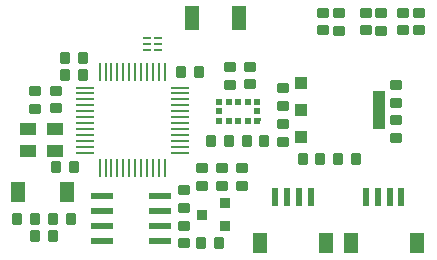
<source format=gbr>
%TF.GenerationSoftware,Altium Limited,Altium Designer,24.1.2 (44)*%
G04 Layer_Color=8421504*
%FSLAX45Y45*%
%MOMM*%
%TF.SameCoordinates,480B7A5E-9FD5-4732-A4F6-FD879BEA9CF3*%
%TF.FilePolarity,Positive*%
%TF.FileFunction,Paste,Top*%
%TF.Part,Single*%
G01*
G75*
%TA.AperFunction,SMDPad,CuDef*%
%ADD11C,0.45000*%
%TA.AperFunction,BGAPad,CuDef*%
%ADD12R,0.50000X0.50000*%
%TA.AperFunction,SMDPad,CuDef*%
%ADD13R,0.65000X0.25000*%
%ADD14R,1.27000X2.10000*%
%ADD15R,1.20000X1.70000*%
G04:AMPARAMS|DCode=16|XSize=0.8mm|YSize=1mm|CornerRadius=0.1mm|HoleSize=0mm|Usage=FLASHONLY|Rotation=270.000|XOffset=0mm|YOffset=0mm|HoleType=Round|Shape=RoundedRectangle|*
%AMROUNDEDRECTD16*
21,1,0.80000,0.80000,0,0,270.0*
21,1,0.60000,1.00000,0,0,270.0*
1,1,0.20000,-0.40000,-0.30000*
1,1,0.20000,-0.40000,0.30000*
1,1,0.20000,0.40000,0.30000*
1,1,0.20000,0.40000,-0.30000*
%
%ADD16ROUNDEDRECTD16*%
G04:AMPARAMS|DCode=17|XSize=0.8mm|YSize=1mm|CornerRadius=0.1mm|HoleSize=0mm|Usage=FLASHONLY|Rotation=180.000|XOffset=0mm|YOffset=0mm|HoleType=Round|Shape=RoundedRectangle|*
%AMROUNDEDRECTD17*
21,1,0.80000,0.80000,0,0,180.0*
21,1,0.60000,1.00000,0,0,180.0*
1,1,0.20000,-0.30000,0.40000*
1,1,0.20000,0.30000,0.40000*
1,1,0.20000,0.30000,-0.40000*
1,1,0.20000,-0.30000,-0.40000*
%
%ADD17ROUNDEDRECTD17*%
%ADD18R,0.60000X1.55000*%
%ADD19R,1.20000X1.80000*%
%ADD20O,1.55000X0.25000*%
%ADD21O,0.25000X1.55000*%
%ADD22R,1.10000X1.00000*%
%ADD23R,1.10000X3.18213*%
%ADD24R,1.98000X0.53000*%
%ADD25R,0.84000X0.84000*%
%ADD26R,0.84000X0.90000*%
G04:AMPARAMS|DCode=27|XSize=1.3mm|YSize=1.1mm|CornerRadius=0.055mm|HoleSize=0mm|Usage=FLASHONLY|Rotation=0.000|XOffset=0mm|YOffset=0mm|HoleType=Round|Shape=RoundedRectangle|*
%AMROUNDEDRECTD27*
21,1,1.30000,0.99000,0,0,0.0*
21,1,1.19000,1.10000,0,0,0.0*
1,1,0.11000,0.59500,-0.49500*
1,1,0.11000,-0.59500,-0.49500*
1,1,0.11000,-0.59500,0.49500*
1,1,0.11000,0.59500,0.49500*
%
%ADD27ROUNDEDRECTD27*%
%TA.AperFunction,ConnectorPad*%
G04:AMPARAMS|DCode=28|XSize=0.8mm|YSize=1mm|CornerRadius=0.1mm|HoleSize=0mm|Usage=FLASHONLY|Rotation=90.000|XOffset=0mm|YOffset=0mm|HoleType=Round|Shape=RoundedRectangle|*
%AMROUNDEDRECTD28*
21,1,0.80000,0.80000,0,0,90.0*
21,1,0.60000,1.00000,0,0,90.0*
1,1,0.20000,0.40000,0.30000*
1,1,0.20000,0.40000,-0.30000*
1,1,0.20000,-0.40000,-0.30000*
1,1,0.20000,-0.40000,0.30000*
%
%ADD28ROUNDEDRECTD28*%
G36*
X9989800Y8213100D02*
X9981800D01*
Y8188100D01*
X9931800D01*
Y8238100D01*
X9989800D01*
Y8213100D01*
D02*
G37*
D11*
X9956800D02*
D03*
D12*
Y8293100D02*
D03*
X9636800D02*
D03*
X9956800Y8373100D02*
D03*
X9876800D02*
D03*
X9796800D02*
D03*
X9716800D02*
D03*
X9636800D02*
D03*
Y8213100D02*
D03*
X9716800D02*
D03*
X9796800D02*
D03*
X9876800D02*
D03*
D13*
X9020300Y8914600D02*
D03*
Y8864600D02*
D03*
Y8814600D02*
D03*
X9115300D02*
D03*
Y8864600D02*
D03*
Y8914600D02*
D03*
D14*
X9402700Y9080500D02*
D03*
X9799700D02*
D03*
D15*
X7928300Y7610100D02*
D03*
X8348300D02*
D03*
D16*
X8075800Y8317600D02*
D03*
Y8467600D02*
D03*
X8255800Y8320100D02*
D03*
Y8470100D02*
D03*
X11128300Y8367600D02*
D03*
Y8517600D02*
D03*
Y8217600D02*
D03*
Y8067600D02*
D03*
X9493300Y7815100D02*
D03*
Y7665100D02*
D03*
X9658300Y7815100D02*
D03*
Y7665100D02*
D03*
X10178300Y8187600D02*
D03*
Y8037600D02*
D03*
X10178300Y8340100D02*
D03*
Y8490100D02*
D03*
X10515600Y8978900D02*
D03*
Y9128900D02*
D03*
X10875600Y8978900D02*
D03*
Y9128900D02*
D03*
X9893300Y8522600D02*
D03*
Y8672600D02*
D03*
X9730800Y8520100D02*
D03*
Y8670100D02*
D03*
X9825800Y7815100D02*
D03*
Y7665100D02*
D03*
X9338300Y7175100D02*
D03*
Y7325100D02*
D03*
Y7627600D02*
D03*
Y7477600D02*
D03*
X10648100Y8976400D02*
D03*
Y9126400D02*
D03*
X11005600Y8976400D02*
D03*
Y9126400D02*
D03*
X11330600Y8978900D02*
D03*
Y9128900D02*
D03*
D17*
X8075800Y7235100D02*
D03*
X8225800D02*
D03*
X10643300Y7892600D02*
D03*
X10793300D02*
D03*
X10490800D02*
D03*
X10340801D02*
D03*
X9480800Y7177600D02*
D03*
X9630800D02*
D03*
X8478300Y8597600D02*
D03*
X8328300D02*
D03*
X9315800Y8622600D02*
D03*
X9465800D02*
D03*
X8403300Y7820100D02*
D03*
X8253300D02*
D03*
X8480800Y8742600D02*
D03*
X8330800D02*
D03*
X9868300Y8045100D02*
D03*
X10018299D02*
D03*
X9715800D02*
D03*
X9565800D02*
D03*
X8228300Y7380100D02*
D03*
X8378300D02*
D03*
X8075800Y7380100D02*
D03*
X7925800D02*
D03*
D18*
X10410800Y7565100D02*
D03*
X10310800D02*
D03*
X10210800D02*
D03*
X10110800D02*
D03*
X11178300D02*
D03*
X11078300D02*
D03*
X10978300D02*
D03*
X10878300D02*
D03*
D19*
X9980800Y7177600D02*
D03*
X10540800D02*
D03*
X10748300D02*
D03*
X11308300D02*
D03*
D20*
X8495800Y8495100D02*
D03*
Y8445100D02*
D03*
Y8395100D02*
D03*
Y8345100D02*
D03*
Y8295100D02*
D03*
Y8245100D02*
D03*
Y8195100D02*
D03*
Y8145100D02*
D03*
Y8095100D02*
D03*
Y8045100D02*
D03*
Y7995100D02*
D03*
Y7945100D02*
D03*
X9300800D02*
D03*
Y7995100D02*
D03*
Y8045100D02*
D03*
Y8095100D02*
D03*
Y8145100D02*
D03*
Y8195100D02*
D03*
Y8245100D02*
D03*
Y8295100D02*
D03*
Y8345100D02*
D03*
Y8395100D02*
D03*
Y8445100D02*
D03*
Y8495100D02*
D03*
D21*
X8623300Y7817600D02*
D03*
X8673300D02*
D03*
X8723300D02*
D03*
X8773300D02*
D03*
X8823300D02*
D03*
X8873300D02*
D03*
X8923300D02*
D03*
X8973300D02*
D03*
X9023300D02*
D03*
X9073300D02*
D03*
X9123300D02*
D03*
X9173300D02*
D03*
Y8622600D02*
D03*
X9123300D02*
D03*
X9073300D02*
D03*
X9023300D02*
D03*
X8973300D02*
D03*
X8923300D02*
D03*
X8873300D02*
D03*
X8823300D02*
D03*
X8773300D02*
D03*
X8723300D02*
D03*
X8673300D02*
D03*
X8623300D02*
D03*
D22*
X10328800Y8534100D02*
D03*
X10328800Y8305100D02*
D03*
Y8076100D02*
D03*
D23*
X10987800Y8305100D02*
D03*
D24*
X8639300Y7578100D02*
D03*
Y7451100D02*
D03*
Y7324100D02*
D03*
Y7197100D02*
D03*
X9132300D02*
D03*
Y7324100D02*
D03*
Y7451100D02*
D03*
Y7578100D02*
D03*
D25*
X9685840Y7325934D02*
D03*
X9485840Y7419934D02*
D03*
D26*
X9685840Y7513934D02*
D03*
D27*
X8015800Y8147599D02*
D03*
Y7957599D02*
D03*
X8245800Y8147599D02*
D03*
Y7957599D02*
D03*
D28*
X11195500Y9128700D02*
D03*
Y8978700D02*
D03*
%TF.MD5,70a086b119b948788877c8db09c0050d*%
M02*

</source>
